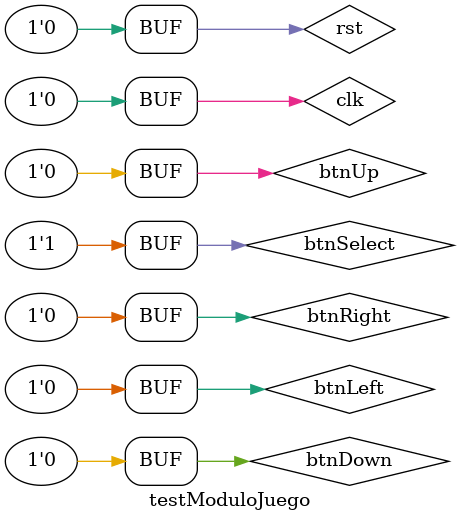
<source format=sv>
module testModuloJuego();
	logic rst;
	logic clk;
	logic btnLeft;
	logic btnRight;
	logic btnUp;
	logic btnDown;
	logic btnSelect;
	logic l;
	logic counter1;
	logic counter2;
	
	ModuloJuego moduloJuego(rst, clk, btnLeft, btnRight, btnUp, btnDown, btnSelect, l);
	
	initial begin
	
		clk = 1; rst = 0; btnLeft = 0;  btnRight = 0;  btnUp = 0;  btnDown = 1; btnSelect = 0; #10;
		clk = 0; rst = 0; btnLeft = 0;  btnRight = 0;  btnUp = 0;  btnDown = 0; btnSelect = 0; #10;
		clk = 1; rst = 0; btnLeft = 0;  btnRight = 0;  btnUp = 0;  btnDown = 1; btnSelect = 0; #10;
		clk = 0; rst = 0; btnLeft = 0;  btnRight = 0;  btnUp = 0;  btnDown = 0; btnSelect = 0; #10;
		clk = 1; rst = 0; btnLeft = 0;  btnRight = 1;  btnUp = 0;  btnDown = 0; btnSelect = 0; #10;
		clk = 0; rst = 0; btnLeft = 0;  btnRight = 0;  btnUp = 0;  btnDown = 0; btnSelect = 0; #10;
		clk = 1; rst = 0; btnLeft = 0;  btnRight = 1;  btnUp = 0;  btnDown = 0; btnSelect = 0; #10;
		clk = 0; rst = 0; btnLeft = 0;  btnRight = 0;  btnUp = 0;  btnDown = 0; btnSelect = 1; #10;
	
	end


endmodule

</source>
